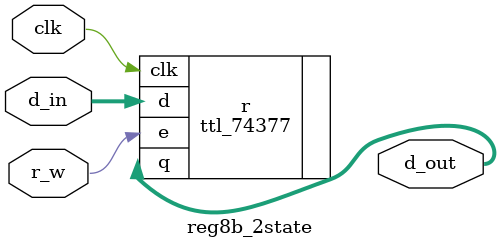
<source format=v>
module reg8b_2state(
    input clk,
    input [7:0] d_in,
    output [7:0] d_out,
    input r_w
);
    ttl_74377 r(
        .clk,
        .d (d_in),
        .q (d_out),
        .e (r_w)
    );
endmodule

</source>
